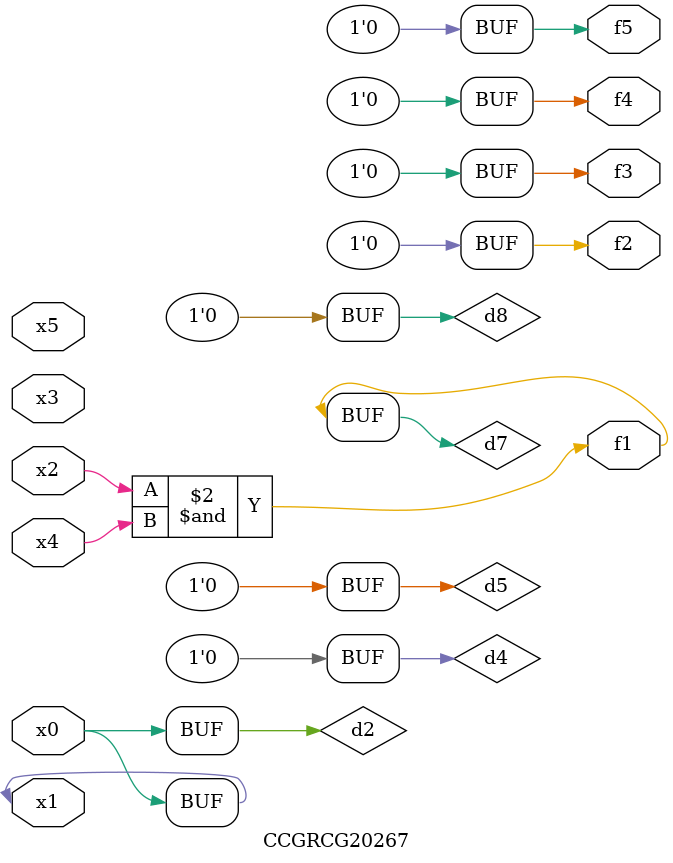
<source format=v>
module CCGRCG20267(
	input x0, x1, x2, x3, x4, x5,
	output f1, f2, f3, f4, f5
);

	wire d1, d2, d3, d4, d5, d6, d7, d8, d9;

	nand (d1, x1);
	buf (d2, x0, x1);
	nand (d3, x2, x4);
	and (d4, d1, d2);
	and (d5, d1, d2);
	nand (d6, d1, d3);
	not (d7, d3);
	xor (d8, d5);
	nor (d9, d5, d6);
	assign f1 = d7;
	assign f2 = d8;
	assign f3 = d8;
	assign f4 = d8;
	assign f5 = d8;
endmodule

</source>
